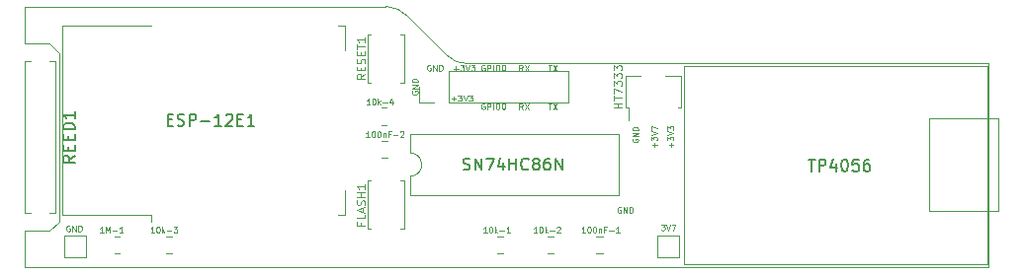
<source format=gbr>
%TF.GenerationSoftware,KiCad,Pcbnew,(5.1.7)-1*%
%TF.CreationDate,2021-11-04T21:35:45+01:00*%
%TF.ProjectId,window-sensor,77696e64-6f77-42d7-9365-6e736f722e6b,rev?*%
%TF.SameCoordinates,PX7270e00PY57bcf00*%
%TF.FileFunction,Legend,Top*%
%TF.FilePolarity,Positive*%
%FSLAX46Y46*%
G04 Gerber Fmt 4.6, Leading zero omitted, Abs format (unit mm)*
G04 Created by KiCad (PCBNEW (5.1.7)-1) date 2021-11-04 21:35:45*
%MOMM*%
%LPD*%
G01*
G04 APERTURE LIST*
%TA.AperFunction,Profile*%
%ADD10C,0.050000*%
%TD*%
%ADD11C,0.100000*%
%ADD12C,0.150000*%
%ADD13C,0.120000*%
G04 APERTURE END LIST*
D10*
X-4900000Y-4100000D02*
X-4100000Y-4900000D01*
X-4900000Y-20200000D02*
X-4100000Y-19400000D01*
X-7000000Y-23300000D02*
X-7000000Y-20200000D01*
X-4900000Y-20200000D02*
X-7000000Y-20200000D01*
X-4100000Y-4900000D02*
X-4100000Y-19400000D01*
X-7000000Y-4100000D02*
X-4900000Y-4100000D01*
D11*
X44019047Y-18150000D02*
X43971428Y-18126190D01*
X43900000Y-18126190D01*
X43828571Y-18150000D01*
X43780952Y-18197619D01*
X43757142Y-18245238D01*
X43733333Y-18340476D01*
X43733333Y-18411904D01*
X43757142Y-18507142D01*
X43780952Y-18554761D01*
X43828571Y-18602380D01*
X43900000Y-18626190D01*
X43947619Y-18626190D01*
X44019047Y-18602380D01*
X44042857Y-18578571D01*
X44042857Y-18411904D01*
X43947619Y-18411904D01*
X44257142Y-18626190D02*
X44257142Y-18126190D01*
X44542857Y-18626190D01*
X44542857Y-18126190D01*
X44780952Y-18626190D02*
X44780952Y-18126190D01*
X44900000Y-18126190D01*
X44971428Y-18150000D01*
X45019047Y-18197619D01*
X45042857Y-18245238D01*
X45066666Y-18340476D01*
X45066666Y-18411904D01*
X45042857Y-18507142D01*
X45019047Y-18554761D01*
X44971428Y-18602380D01*
X44900000Y-18626190D01*
X44780952Y-18626190D01*
X35616666Y-9726190D02*
X35450000Y-9488095D01*
X35330952Y-9726190D02*
X35330952Y-9226190D01*
X35521428Y-9226190D01*
X35569047Y-9250000D01*
X35592857Y-9273809D01*
X35616666Y-9321428D01*
X35616666Y-9392857D01*
X35592857Y-9440476D01*
X35569047Y-9464285D01*
X35521428Y-9488095D01*
X35330952Y-9488095D01*
X35783333Y-9226190D02*
X36116666Y-9726190D01*
X36116666Y-9226190D02*
X35783333Y-9726190D01*
X32361904Y-9250000D02*
X32314285Y-9226190D01*
X32242857Y-9226190D01*
X32171428Y-9250000D01*
X32123809Y-9297619D01*
X32100000Y-9345238D01*
X32076190Y-9440476D01*
X32076190Y-9511904D01*
X32100000Y-9607142D01*
X32123809Y-9654761D01*
X32171428Y-9702380D01*
X32242857Y-9726190D01*
X32290476Y-9726190D01*
X32361904Y-9702380D01*
X32385714Y-9678571D01*
X32385714Y-9511904D01*
X32290476Y-9511904D01*
X32600000Y-9726190D02*
X32600000Y-9226190D01*
X32790476Y-9226190D01*
X32838095Y-9250000D01*
X32861904Y-9273809D01*
X32885714Y-9321428D01*
X32885714Y-9392857D01*
X32861904Y-9440476D01*
X32838095Y-9464285D01*
X32790476Y-9488095D01*
X32600000Y-9488095D01*
X33100000Y-9726190D02*
X33100000Y-9226190D01*
X33433333Y-9226190D02*
X33528571Y-9226190D01*
X33576190Y-9250000D01*
X33623809Y-9297619D01*
X33647619Y-9392857D01*
X33647619Y-9559523D01*
X33623809Y-9654761D01*
X33576190Y-9702380D01*
X33528571Y-9726190D01*
X33433333Y-9726190D01*
X33385714Y-9702380D01*
X33338095Y-9654761D01*
X33314285Y-9559523D01*
X33314285Y-9392857D01*
X33338095Y-9297619D01*
X33385714Y-9250000D01*
X33433333Y-9226190D01*
X33957142Y-9226190D02*
X34004761Y-9226190D01*
X34052380Y-9250000D01*
X34076190Y-9273809D01*
X34100000Y-9321428D01*
X34123809Y-9416666D01*
X34123809Y-9535714D01*
X34100000Y-9630952D01*
X34076190Y-9678571D01*
X34052380Y-9702380D01*
X34004761Y-9726190D01*
X33957142Y-9726190D01*
X33909523Y-9702380D01*
X33885714Y-9678571D01*
X33861904Y-9630952D01*
X33838095Y-9535714D01*
X33838095Y-9416666D01*
X33861904Y-9321428D01*
X33885714Y-9273809D01*
X33909523Y-9250000D01*
X33957142Y-9226190D01*
X37819047Y-9226190D02*
X38104761Y-9226190D01*
X37961904Y-9726190D02*
X37961904Y-9226190D01*
X38223809Y-9226190D02*
X38557142Y-9726190D01*
X38557142Y-9226190D02*
X38223809Y-9726190D01*
X26150000Y-8180952D02*
X26126190Y-8228571D01*
X26126190Y-8300000D01*
X26150000Y-8371428D01*
X26197619Y-8419047D01*
X26245238Y-8442857D01*
X26340476Y-8466666D01*
X26411904Y-8466666D01*
X26507142Y-8442857D01*
X26554761Y-8419047D01*
X26602380Y-8371428D01*
X26626190Y-8300000D01*
X26626190Y-8252380D01*
X26602380Y-8180952D01*
X26578571Y-8157142D01*
X26411904Y-8157142D01*
X26411904Y-8252380D01*
X26626190Y-7942857D02*
X26126190Y-7942857D01*
X26626190Y-7657142D01*
X26126190Y-7657142D01*
X26626190Y-7419047D02*
X26126190Y-7419047D01*
X26126190Y-7300000D01*
X26150000Y-7228571D01*
X26197619Y-7180952D01*
X26245238Y-7157142D01*
X26340476Y-7133333D01*
X26411904Y-7133333D01*
X26507142Y-7157142D01*
X26554761Y-7180952D01*
X26602380Y-7228571D01*
X26626190Y-7300000D01*
X26626190Y-7419047D01*
X29519047Y-8835714D02*
X29900000Y-8835714D01*
X29709523Y-9026190D02*
X29709523Y-8645238D01*
X30090476Y-8526190D02*
X30400000Y-8526190D01*
X30233333Y-8716666D01*
X30304761Y-8716666D01*
X30352380Y-8740476D01*
X30376190Y-8764285D01*
X30400000Y-8811904D01*
X30400000Y-8930952D01*
X30376190Y-8978571D01*
X30352380Y-9002380D01*
X30304761Y-9026190D01*
X30161904Y-9026190D01*
X30114285Y-9002380D01*
X30090476Y-8978571D01*
X30542857Y-8526190D02*
X30709523Y-9026190D01*
X30876190Y-8526190D01*
X30995238Y-8526190D02*
X31304761Y-8526190D01*
X31138095Y-8716666D01*
X31209523Y-8716666D01*
X31257142Y-8740476D01*
X31280952Y-8764285D01*
X31304761Y-8811904D01*
X31304761Y-8930952D01*
X31280952Y-8978571D01*
X31257142Y-9002380D01*
X31209523Y-9026190D01*
X31066666Y-9026190D01*
X31019047Y-9002380D01*
X30995238Y-8978571D01*
X37819047Y-5926190D02*
X38104761Y-5926190D01*
X37961904Y-6426190D02*
X37961904Y-5926190D01*
X38223809Y-5926190D02*
X38557142Y-6426190D01*
X38557142Y-5926190D02*
X38223809Y-6426190D01*
X35616666Y-6426190D02*
X35450000Y-6188095D01*
X35330952Y-6426190D02*
X35330952Y-5926190D01*
X35521428Y-5926190D01*
X35569047Y-5950000D01*
X35592857Y-5973809D01*
X35616666Y-6021428D01*
X35616666Y-6092857D01*
X35592857Y-6140476D01*
X35569047Y-6164285D01*
X35521428Y-6188095D01*
X35330952Y-6188095D01*
X35783333Y-5926190D02*
X36116666Y-6426190D01*
X36116666Y-5926190D02*
X35783333Y-6426190D01*
X32361904Y-5950000D02*
X32314285Y-5926190D01*
X32242857Y-5926190D01*
X32171428Y-5950000D01*
X32123809Y-5997619D01*
X32100000Y-6045238D01*
X32076190Y-6140476D01*
X32076190Y-6211904D01*
X32100000Y-6307142D01*
X32123809Y-6354761D01*
X32171428Y-6402380D01*
X32242857Y-6426190D01*
X32290476Y-6426190D01*
X32361904Y-6402380D01*
X32385714Y-6378571D01*
X32385714Y-6211904D01*
X32290476Y-6211904D01*
X32600000Y-6426190D02*
X32600000Y-5926190D01*
X32790476Y-5926190D01*
X32838095Y-5950000D01*
X32861904Y-5973809D01*
X32885714Y-6021428D01*
X32885714Y-6092857D01*
X32861904Y-6140476D01*
X32838095Y-6164285D01*
X32790476Y-6188095D01*
X32600000Y-6188095D01*
X33100000Y-6426190D02*
X33100000Y-5926190D01*
X33433333Y-5926190D02*
X33528571Y-5926190D01*
X33576190Y-5950000D01*
X33623809Y-5997619D01*
X33647619Y-6092857D01*
X33647619Y-6259523D01*
X33623809Y-6354761D01*
X33576190Y-6402380D01*
X33528571Y-6426190D01*
X33433333Y-6426190D01*
X33385714Y-6402380D01*
X33338095Y-6354761D01*
X33314285Y-6259523D01*
X33314285Y-6092857D01*
X33338095Y-5997619D01*
X33385714Y-5950000D01*
X33433333Y-5926190D01*
X33957142Y-5926190D02*
X34004761Y-5926190D01*
X34052380Y-5950000D01*
X34076190Y-5973809D01*
X34100000Y-6021428D01*
X34123809Y-6116666D01*
X34123809Y-6235714D01*
X34100000Y-6330952D01*
X34076190Y-6378571D01*
X34052380Y-6402380D01*
X34004761Y-6426190D01*
X33957142Y-6426190D01*
X33909523Y-6402380D01*
X33885714Y-6378571D01*
X33861904Y-6330952D01*
X33838095Y-6235714D01*
X33838095Y-6116666D01*
X33861904Y-6021428D01*
X33885714Y-5973809D01*
X33909523Y-5950000D01*
X33957142Y-5926190D01*
X27719047Y-5950000D02*
X27671428Y-5926190D01*
X27600000Y-5926190D01*
X27528571Y-5950000D01*
X27480952Y-5997619D01*
X27457142Y-6045238D01*
X27433333Y-6140476D01*
X27433333Y-6211904D01*
X27457142Y-6307142D01*
X27480952Y-6354761D01*
X27528571Y-6402380D01*
X27600000Y-6426190D01*
X27647619Y-6426190D01*
X27719047Y-6402380D01*
X27742857Y-6378571D01*
X27742857Y-6211904D01*
X27647619Y-6211904D01*
X27957142Y-6426190D02*
X27957142Y-5926190D01*
X28242857Y-6426190D01*
X28242857Y-5926190D01*
X28480952Y-6426190D02*
X28480952Y-5926190D01*
X28600000Y-5926190D01*
X28671428Y-5950000D01*
X28719047Y-5997619D01*
X28742857Y-6045238D01*
X28766666Y-6140476D01*
X28766666Y-6211904D01*
X28742857Y-6307142D01*
X28719047Y-6354761D01*
X28671428Y-6402380D01*
X28600000Y-6426190D01*
X28480952Y-6426190D01*
X29719047Y-6235714D02*
X30100000Y-6235714D01*
X29909523Y-6426190D02*
X29909523Y-6045238D01*
X30290476Y-5926190D02*
X30600000Y-5926190D01*
X30433333Y-6116666D01*
X30504761Y-6116666D01*
X30552380Y-6140476D01*
X30576190Y-6164285D01*
X30600000Y-6211904D01*
X30600000Y-6330952D01*
X30576190Y-6378571D01*
X30552380Y-6402380D01*
X30504761Y-6426190D01*
X30361904Y-6426190D01*
X30314285Y-6402380D01*
X30290476Y-6378571D01*
X30742857Y-5926190D02*
X30909523Y-6426190D01*
X31076190Y-5926190D01*
X31195238Y-5926190D02*
X31504761Y-5926190D01*
X31338095Y-6116666D01*
X31409523Y-6116666D01*
X31457142Y-6140476D01*
X31480952Y-6164285D01*
X31504761Y-6211904D01*
X31504761Y-6330952D01*
X31480952Y-6378571D01*
X31457142Y-6402380D01*
X31409523Y-6426190D01*
X31266666Y-6426190D01*
X31219047Y-6402380D01*
X31195238Y-6378571D01*
D12*
X30538095Y-14904761D02*
X30680952Y-14952380D01*
X30919047Y-14952380D01*
X31014285Y-14904761D01*
X31061904Y-14857142D01*
X31109523Y-14761904D01*
X31109523Y-14666666D01*
X31061904Y-14571428D01*
X31014285Y-14523809D01*
X30919047Y-14476190D01*
X30728571Y-14428571D01*
X30633333Y-14380952D01*
X30585714Y-14333333D01*
X30538095Y-14238095D01*
X30538095Y-14142857D01*
X30585714Y-14047619D01*
X30633333Y-14000000D01*
X30728571Y-13952380D01*
X30966666Y-13952380D01*
X31109523Y-14000000D01*
X31538095Y-14952380D02*
X31538095Y-13952380D01*
X32109523Y-14952380D01*
X32109523Y-13952380D01*
X32490476Y-13952380D02*
X33157142Y-13952380D01*
X32728571Y-14952380D01*
X33966666Y-14285714D02*
X33966666Y-14952380D01*
X33728571Y-13904761D02*
X33490476Y-14619047D01*
X34109523Y-14619047D01*
X34490476Y-14952380D02*
X34490476Y-13952380D01*
X34490476Y-14428571D02*
X35061904Y-14428571D01*
X35061904Y-14952380D02*
X35061904Y-13952380D01*
X36109523Y-14857142D02*
X36061904Y-14904761D01*
X35919047Y-14952380D01*
X35823809Y-14952380D01*
X35680952Y-14904761D01*
X35585714Y-14809523D01*
X35538095Y-14714285D01*
X35490476Y-14523809D01*
X35490476Y-14380952D01*
X35538095Y-14190476D01*
X35585714Y-14095238D01*
X35680952Y-14000000D01*
X35823809Y-13952380D01*
X35919047Y-13952380D01*
X36061904Y-14000000D01*
X36109523Y-14047619D01*
X36680952Y-14380952D02*
X36585714Y-14333333D01*
X36538095Y-14285714D01*
X36490476Y-14190476D01*
X36490476Y-14142857D01*
X36538095Y-14047619D01*
X36585714Y-14000000D01*
X36680952Y-13952380D01*
X36871428Y-13952380D01*
X36966666Y-14000000D01*
X37014285Y-14047619D01*
X37061904Y-14142857D01*
X37061904Y-14190476D01*
X37014285Y-14285714D01*
X36966666Y-14333333D01*
X36871428Y-14380952D01*
X36680952Y-14380952D01*
X36585714Y-14428571D01*
X36538095Y-14476190D01*
X36490476Y-14571428D01*
X36490476Y-14761904D01*
X36538095Y-14857142D01*
X36585714Y-14904761D01*
X36680952Y-14952380D01*
X36871428Y-14952380D01*
X36966666Y-14904761D01*
X37014285Y-14857142D01*
X37061904Y-14761904D01*
X37061904Y-14571428D01*
X37014285Y-14476190D01*
X36966666Y-14428571D01*
X36871428Y-14380952D01*
X37919047Y-13952380D02*
X37728571Y-13952380D01*
X37633333Y-14000000D01*
X37585714Y-14047619D01*
X37490476Y-14190476D01*
X37442857Y-14380952D01*
X37442857Y-14761904D01*
X37490476Y-14857142D01*
X37538095Y-14904761D01*
X37633333Y-14952380D01*
X37823809Y-14952380D01*
X37919047Y-14904761D01*
X37966666Y-14857142D01*
X38014285Y-14761904D01*
X38014285Y-14523809D01*
X37966666Y-14428571D01*
X37919047Y-14380952D01*
X37823809Y-14333333D01*
X37633333Y-14333333D01*
X37538095Y-14380952D01*
X37490476Y-14428571D01*
X37442857Y-14523809D01*
X38442857Y-14952380D02*
X38442857Y-13952380D01*
X39014285Y-14952380D01*
X39014285Y-13952380D01*
D10*
X23900000Y-900000D02*
G75*
G02*
X25770760Y-1744841I-59239J-2624840D01*
G01*
X30817250Y-5799023D02*
G75*
G02*
X29210000Y-5150000I-107250J2049023D01*
G01*
X30817250Y-5799024D02*
X75500000Y-5800000D01*
X25770760Y-1744841D02*
X29210000Y-5150000D01*
D11*
X46935714Y-12980952D02*
X46935714Y-12600000D01*
X47126190Y-12790476D02*
X46745238Y-12790476D01*
X46626190Y-12409523D02*
X46626190Y-12100000D01*
X46816666Y-12266666D01*
X46816666Y-12195238D01*
X46840476Y-12147619D01*
X46864285Y-12123809D01*
X46911904Y-12100000D01*
X47030952Y-12100000D01*
X47078571Y-12123809D01*
X47102380Y-12147619D01*
X47126190Y-12195238D01*
X47126190Y-12338095D01*
X47102380Y-12385714D01*
X47078571Y-12409523D01*
X46626190Y-11957142D02*
X47126190Y-11790476D01*
X46626190Y-11623809D01*
X46626190Y-11504761D02*
X46626190Y-11171428D01*
X47126190Y-11385714D01*
X48335714Y-12980952D02*
X48335714Y-12600000D01*
X48526190Y-12790476D02*
X48145238Y-12790476D01*
X48026190Y-12409523D02*
X48026190Y-12100000D01*
X48216666Y-12266666D01*
X48216666Y-12195238D01*
X48240476Y-12147619D01*
X48264285Y-12123809D01*
X48311904Y-12100000D01*
X48430952Y-12100000D01*
X48478571Y-12123809D01*
X48502380Y-12147619D01*
X48526190Y-12195238D01*
X48526190Y-12338095D01*
X48502380Y-12385714D01*
X48478571Y-12409523D01*
X48026190Y-11957142D02*
X48526190Y-11790476D01*
X48026190Y-11623809D01*
X48026190Y-11504761D02*
X48026190Y-11195238D01*
X48216666Y-11361904D01*
X48216666Y-11290476D01*
X48240476Y-11242857D01*
X48264285Y-11219047D01*
X48311904Y-11195238D01*
X48430952Y-11195238D01*
X48478571Y-11219047D01*
X48502380Y-11242857D01*
X48526190Y-11290476D01*
X48526190Y-11433333D01*
X48502380Y-11480952D01*
X48478571Y-11504761D01*
X45050000Y-12280952D02*
X45026190Y-12328571D01*
X45026190Y-12400000D01*
X45050000Y-12471428D01*
X45097619Y-12519047D01*
X45145238Y-12542857D01*
X45240476Y-12566666D01*
X45311904Y-12566666D01*
X45407142Y-12542857D01*
X45454761Y-12519047D01*
X45502380Y-12471428D01*
X45526190Y-12400000D01*
X45526190Y-12352380D01*
X45502380Y-12280952D01*
X45478571Y-12257142D01*
X45311904Y-12257142D01*
X45311904Y-12352380D01*
X45526190Y-12042857D02*
X45026190Y-12042857D01*
X45526190Y-11757142D01*
X45026190Y-11757142D01*
X45526190Y-11519047D02*
X45026190Y-11519047D01*
X45026190Y-11400000D01*
X45050000Y-11328571D01*
X45097619Y-11280952D01*
X45145238Y-11257142D01*
X45240476Y-11233333D01*
X45311904Y-11233333D01*
X45407142Y-11257142D01*
X45454761Y-11280952D01*
X45502380Y-11328571D01*
X45526190Y-11400000D01*
X45526190Y-11519047D01*
D10*
X-7000000Y-4100000D02*
X-7000000Y-900000D01*
X75500000Y-23300000D02*
X-7000000Y-23300000D01*
X75500000Y-5800000D02*
X75500000Y-23300000D01*
X-7000000Y-900000D02*
X23900000Y-900000D01*
D13*
%TO.C,U3*%
X25970000Y-15490000D02*
X25970000Y-17140000D01*
X25970000Y-17140000D02*
X43870000Y-17140000D01*
X43870000Y-17140000D02*
X43870000Y-11840000D01*
X43870000Y-11840000D02*
X25970000Y-11840000D01*
X25970000Y-11840000D02*
X25970000Y-13490000D01*
X25970000Y-13490000D02*
G75*
G02*
X25970000Y-15490000I0J-1000000D01*
G01*
%TO.C,J1*%
X26730000Y-9130000D02*
X26730000Y-7800000D01*
X28060000Y-9130000D02*
X26730000Y-9130000D01*
X29330000Y-9130000D02*
X29330000Y-6470000D01*
X29330000Y-6470000D02*
X39550000Y-6470000D01*
X29330000Y-9130000D02*
X39550000Y-9130000D01*
X39550000Y-9130000D02*
X39550000Y-6470000D01*
%TO.C,100nF-1*%
X41938748Y-22135000D02*
X42461252Y-22135000D01*
X41938748Y-20665000D02*
X42461252Y-20665000D01*
%TO.C,ESP-12E1*%
X3770000Y-18810000D02*
X3770000Y-19420000D01*
X3770000Y-18810000D02*
X-3850000Y-18810000D01*
X20390000Y-18810000D02*
X19770000Y-18810000D01*
X20390000Y-16690000D02*
X20390000Y-18810000D01*
X20390000Y-2570000D02*
X20390000Y-4690000D01*
X19770000Y-2570000D02*
X20390000Y-2570000D01*
X-3850000Y-2570000D02*
X3770000Y-2570000D01*
X-3850000Y-18810000D02*
X-3850000Y-2570000D01*
%TO.C,GND*%
X-3650000Y-20550000D02*
X-1750000Y-20550000D01*
X-1750000Y-20550000D02*
X-1750000Y-22450000D01*
X-1750000Y-22450000D02*
X-3650000Y-22450000D01*
X-3650000Y-22450000D02*
X-3650000Y-20550000D01*
%TO.C,3V7*%
X47150000Y-22450000D02*
X47150000Y-20550000D01*
X49050000Y-22450000D02*
X47150000Y-22450000D01*
X49050000Y-20550000D02*
X49050000Y-22450000D01*
X47150000Y-20550000D02*
X49050000Y-20550000D01*
%TO.C,TP4056*%
X49400000Y-6000000D02*
X75400000Y-6000000D01*
X75400000Y-6000000D02*
X75400000Y-23000000D01*
X75400000Y-23000000D02*
X49400000Y-23000000D01*
X49400000Y-23000000D02*
X49400000Y-6000000D01*
X70400000Y-10500000D02*
X76400000Y-10500000D01*
X76400000Y-10500000D02*
X76400000Y-18500000D01*
X76400000Y-18500000D02*
X70400000Y-18500000D01*
X70400000Y-18500000D02*
X70400000Y-10500000D01*
%TO.C,10k-3*%
X5560397Y-22135000D02*
X5106269Y-22135000D01*
X5560397Y-20665000D02*
X5106269Y-20665000D01*
%TO.C,FLASH1*%
X22310000Y-20020000D02*
X22310000Y-15880000D01*
X25150000Y-15880000D02*
X25450000Y-15880000D01*
X25450000Y-15880000D02*
X25450000Y-20020000D01*
X22610000Y-20020000D02*
X22310000Y-20020000D01*
X25450000Y-20020000D02*
X25150000Y-20020000D01*
X22310000Y-15880000D02*
X22610000Y-15880000D01*
%TO.C,RESET1*%
X22310000Y-7420000D02*
X22310000Y-3280000D01*
X25150000Y-3280000D02*
X25450000Y-3280000D01*
X25450000Y-3280000D02*
X25450000Y-7420000D01*
X22610000Y-7420000D02*
X22310000Y-7420000D01*
X25450000Y-7420000D02*
X25150000Y-7420000D01*
X22310000Y-3280000D02*
X22610000Y-3280000D01*
%TO.C,REED1*%
X-6500000Y-5640000D02*
X-7000000Y-5640000D01*
X-7000000Y-18640000D02*
X-6500000Y-18640000D01*
X-7000000Y-5640000D02*
X-7000000Y-18640000D01*
X-4400000Y-5640000D02*
X-4900000Y-5640000D01*
X-4400000Y-18640000D02*
X-4400000Y-5640000D01*
X-4900000Y-18640000D02*
X-4400000Y-18640000D01*
%TO.C,10k-2*%
X38227064Y-20665000D02*
X37772936Y-20665000D01*
X38227064Y-22135000D02*
X37772936Y-22135000D01*
%TO.C,10k-1*%
X33472936Y-22135000D02*
X33927064Y-22135000D01*
X33472936Y-20665000D02*
X33927064Y-20665000D01*
%TO.C,1M-1*%
X672936Y-22135000D02*
X1127064Y-22135000D01*
X672936Y-20665000D02*
X1127064Y-20665000D01*
%TO.C,HT7333*%
X49160000Y-9560000D02*
X48930000Y-9560000D01*
X44440000Y-9560000D02*
X44670000Y-9560000D01*
X44440000Y-9560000D02*
X44440000Y-6840000D01*
X44440000Y-6840000D02*
X45750000Y-6840000D01*
X44670000Y-10700000D02*
X44670000Y-9560000D01*
X49160000Y-6840000D02*
X49160000Y-9560000D01*
X47850000Y-6840000D02*
X49160000Y-6840000D01*
%TO.C,10k-4*%
X23997064Y-9598333D02*
X23542936Y-9598333D01*
X23997064Y-11068333D02*
X23542936Y-11068333D01*
%TO.C,100nF-2*%
X23538748Y-12461666D02*
X24061252Y-12461666D01*
X23538748Y-13931666D02*
X24061252Y-13931666D01*
%TD*%
%TO.C,100nF-1*%
D11*
X40978571Y-20326190D02*
X40692857Y-20326190D01*
X40835714Y-20326190D02*
X40835714Y-19826190D01*
X40788095Y-19897619D01*
X40740476Y-19945238D01*
X40692857Y-19969047D01*
X41288095Y-19826190D02*
X41335714Y-19826190D01*
X41383333Y-19850000D01*
X41407142Y-19873809D01*
X41430952Y-19921428D01*
X41454761Y-20016666D01*
X41454761Y-20135714D01*
X41430952Y-20230952D01*
X41407142Y-20278571D01*
X41383333Y-20302380D01*
X41335714Y-20326190D01*
X41288095Y-20326190D01*
X41240476Y-20302380D01*
X41216666Y-20278571D01*
X41192857Y-20230952D01*
X41169047Y-20135714D01*
X41169047Y-20016666D01*
X41192857Y-19921428D01*
X41216666Y-19873809D01*
X41240476Y-19850000D01*
X41288095Y-19826190D01*
X41764285Y-19826190D02*
X41811904Y-19826190D01*
X41859523Y-19850000D01*
X41883333Y-19873809D01*
X41907142Y-19921428D01*
X41930952Y-20016666D01*
X41930952Y-20135714D01*
X41907142Y-20230952D01*
X41883333Y-20278571D01*
X41859523Y-20302380D01*
X41811904Y-20326190D01*
X41764285Y-20326190D01*
X41716666Y-20302380D01*
X41692857Y-20278571D01*
X41669047Y-20230952D01*
X41645238Y-20135714D01*
X41645238Y-20016666D01*
X41669047Y-19921428D01*
X41692857Y-19873809D01*
X41716666Y-19850000D01*
X41764285Y-19826190D01*
X42145238Y-19992857D02*
X42145238Y-20326190D01*
X42145238Y-20040476D02*
X42169047Y-20016666D01*
X42216666Y-19992857D01*
X42288095Y-19992857D01*
X42335714Y-20016666D01*
X42359523Y-20064285D01*
X42359523Y-20326190D01*
X42764285Y-20064285D02*
X42597619Y-20064285D01*
X42597619Y-20326190D02*
X42597619Y-19826190D01*
X42835714Y-19826190D01*
X43026190Y-20135714D02*
X43407142Y-20135714D01*
X43907142Y-20326190D02*
X43621428Y-20326190D01*
X43764285Y-20326190D02*
X43764285Y-19826190D01*
X43716666Y-19897619D01*
X43669047Y-19945238D01*
X43621428Y-19969047D01*
%TO.C,ESP-12E1*%
D12*
X5209523Y-10628571D02*
X5542857Y-10628571D01*
X5685714Y-11152380D02*
X5209523Y-11152380D01*
X5209523Y-10152380D01*
X5685714Y-10152380D01*
X6066666Y-11104761D02*
X6209523Y-11152380D01*
X6447619Y-11152380D01*
X6542857Y-11104761D01*
X6590476Y-11057142D01*
X6638095Y-10961904D01*
X6638095Y-10866666D01*
X6590476Y-10771428D01*
X6542857Y-10723809D01*
X6447619Y-10676190D01*
X6257142Y-10628571D01*
X6161904Y-10580952D01*
X6114285Y-10533333D01*
X6066666Y-10438095D01*
X6066666Y-10342857D01*
X6114285Y-10247619D01*
X6161904Y-10200000D01*
X6257142Y-10152380D01*
X6495238Y-10152380D01*
X6638095Y-10200000D01*
X7066666Y-11152380D02*
X7066666Y-10152380D01*
X7447619Y-10152380D01*
X7542857Y-10200000D01*
X7590476Y-10247619D01*
X7638095Y-10342857D01*
X7638095Y-10485714D01*
X7590476Y-10580952D01*
X7542857Y-10628571D01*
X7447619Y-10676190D01*
X7066666Y-10676190D01*
X8066666Y-10771428D02*
X8828571Y-10771428D01*
X9828571Y-11152380D02*
X9257142Y-11152380D01*
X9542857Y-11152380D02*
X9542857Y-10152380D01*
X9447619Y-10295238D01*
X9352380Y-10390476D01*
X9257142Y-10438095D01*
X10209523Y-10247619D02*
X10257142Y-10200000D01*
X10352380Y-10152380D01*
X10590476Y-10152380D01*
X10685714Y-10200000D01*
X10733333Y-10247619D01*
X10780952Y-10342857D01*
X10780952Y-10438095D01*
X10733333Y-10580952D01*
X10161904Y-11152380D01*
X10780952Y-11152380D01*
X11209523Y-10628571D02*
X11542857Y-10628571D01*
X11685714Y-11152380D02*
X11209523Y-11152380D01*
X11209523Y-10152380D01*
X11685714Y-10152380D01*
X12638095Y-11152380D02*
X12066666Y-11152380D01*
X12352380Y-11152380D02*
X12352380Y-10152380D01*
X12257142Y-10295238D01*
X12161904Y-10390476D01*
X12066666Y-10438095D01*
%TO.C,GND*%
D11*
X-3180953Y-19750000D02*
X-3228572Y-19726190D01*
X-3300000Y-19726190D01*
X-3371429Y-19750000D01*
X-3419048Y-19797619D01*
X-3442858Y-19845238D01*
X-3466667Y-19940476D01*
X-3466667Y-20011904D01*
X-3442858Y-20107142D01*
X-3419048Y-20154761D01*
X-3371429Y-20202380D01*
X-3300000Y-20226190D01*
X-3252381Y-20226190D01*
X-3180953Y-20202380D01*
X-3157143Y-20178571D01*
X-3157143Y-20011904D01*
X-3252381Y-20011904D01*
X-2942858Y-20226190D02*
X-2942858Y-19726190D01*
X-2657143Y-20226190D01*
X-2657143Y-19726190D01*
X-2419048Y-20226190D02*
X-2419048Y-19726190D01*
X-2300000Y-19726190D01*
X-2228572Y-19750000D01*
X-2180953Y-19797619D01*
X-2157143Y-19845238D01*
X-2133334Y-19940476D01*
X-2133334Y-20011904D01*
X-2157143Y-20107142D01*
X-2180953Y-20154761D01*
X-2228572Y-20202380D01*
X-2300000Y-20226190D01*
X-2419048Y-20226190D01*
%TO.C,3V7*%
X47480952Y-19626190D02*
X47790476Y-19626190D01*
X47623809Y-19816666D01*
X47695238Y-19816666D01*
X47742857Y-19840476D01*
X47766666Y-19864285D01*
X47790476Y-19911904D01*
X47790476Y-20030952D01*
X47766666Y-20078571D01*
X47742857Y-20102380D01*
X47695238Y-20126190D01*
X47552380Y-20126190D01*
X47504761Y-20102380D01*
X47480952Y-20078571D01*
X47933333Y-19626190D02*
X48100000Y-20126190D01*
X48266666Y-19626190D01*
X48385714Y-19626190D02*
X48719047Y-19626190D01*
X48504761Y-20126190D01*
%TO.C,TP4056*%
D12*
X60109523Y-14052380D02*
X60680952Y-14052380D01*
X60395238Y-15052380D02*
X60395238Y-14052380D01*
X61014285Y-15052380D02*
X61014285Y-14052380D01*
X61395238Y-14052380D01*
X61490476Y-14100000D01*
X61538095Y-14147619D01*
X61585714Y-14242857D01*
X61585714Y-14385714D01*
X61538095Y-14480952D01*
X61490476Y-14528571D01*
X61395238Y-14576190D01*
X61014285Y-14576190D01*
X62442857Y-14385714D02*
X62442857Y-15052380D01*
X62204761Y-14004761D02*
X61966666Y-14719047D01*
X62585714Y-14719047D01*
X63157142Y-14052380D02*
X63252380Y-14052380D01*
X63347619Y-14100000D01*
X63395238Y-14147619D01*
X63442857Y-14242857D01*
X63490476Y-14433333D01*
X63490476Y-14671428D01*
X63442857Y-14861904D01*
X63395238Y-14957142D01*
X63347619Y-15004761D01*
X63252380Y-15052380D01*
X63157142Y-15052380D01*
X63061904Y-15004761D01*
X63014285Y-14957142D01*
X62966666Y-14861904D01*
X62919047Y-14671428D01*
X62919047Y-14433333D01*
X62966666Y-14242857D01*
X63014285Y-14147619D01*
X63061904Y-14100000D01*
X63157142Y-14052380D01*
X64395238Y-14052380D02*
X63919047Y-14052380D01*
X63871428Y-14528571D01*
X63919047Y-14480952D01*
X64014285Y-14433333D01*
X64252380Y-14433333D01*
X64347619Y-14480952D01*
X64395238Y-14528571D01*
X64442857Y-14623809D01*
X64442857Y-14861904D01*
X64395238Y-14957142D01*
X64347619Y-15004761D01*
X64252380Y-15052380D01*
X64014285Y-15052380D01*
X63919047Y-15004761D01*
X63871428Y-14957142D01*
X65300000Y-14052380D02*
X65109523Y-14052380D01*
X65014285Y-14100000D01*
X64966666Y-14147619D01*
X64871428Y-14290476D01*
X64823809Y-14480952D01*
X64823809Y-14861904D01*
X64871428Y-14957142D01*
X64919047Y-15004761D01*
X65014285Y-15052380D01*
X65204761Y-15052380D01*
X65300000Y-15004761D01*
X65347619Y-14957142D01*
X65395238Y-14861904D01*
X65395238Y-14623809D01*
X65347619Y-14528571D01*
X65300000Y-14480952D01*
X65204761Y-14433333D01*
X65014285Y-14433333D01*
X64919047Y-14480952D01*
X64871428Y-14528571D01*
X64823809Y-14623809D01*
%TO.C,10k-3*%
D11*
X4054761Y-20326190D02*
X3769047Y-20326190D01*
X3911904Y-20326190D02*
X3911904Y-19826190D01*
X3864285Y-19897619D01*
X3816666Y-19945238D01*
X3769047Y-19969047D01*
X4364285Y-19826190D02*
X4411904Y-19826190D01*
X4459523Y-19850000D01*
X4483333Y-19873809D01*
X4507142Y-19921428D01*
X4530952Y-20016666D01*
X4530952Y-20135714D01*
X4507142Y-20230952D01*
X4483333Y-20278571D01*
X4459523Y-20302380D01*
X4411904Y-20326190D01*
X4364285Y-20326190D01*
X4316666Y-20302380D01*
X4292857Y-20278571D01*
X4269047Y-20230952D01*
X4245238Y-20135714D01*
X4245238Y-20016666D01*
X4269047Y-19921428D01*
X4292857Y-19873809D01*
X4316666Y-19850000D01*
X4364285Y-19826190D01*
X4745238Y-20326190D02*
X4745238Y-19826190D01*
X4792857Y-20135714D02*
X4935714Y-20326190D01*
X4935714Y-19992857D02*
X4745238Y-20183333D01*
X5150000Y-20135714D02*
X5530952Y-20135714D01*
X5721428Y-19826190D02*
X6030952Y-19826190D01*
X5864285Y-20016666D01*
X5935714Y-20016666D01*
X5983333Y-20040476D01*
X6007142Y-20064285D01*
X6030952Y-20111904D01*
X6030952Y-20230952D01*
X6007142Y-20278571D01*
X5983333Y-20302380D01*
X5935714Y-20326190D01*
X5792857Y-20326190D01*
X5745238Y-20302380D01*
X5721428Y-20278571D01*
%TO.C,FLASH1*%
X21750000Y-19466666D02*
X21750000Y-19700000D01*
X22116666Y-19700000D02*
X21416666Y-19700000D01*
X21416666Y-19366666D01*
X22116666Y-18766666D02*
X22116666Y-19100000D01*
X21416666Y-19100000D01*
X21916666Y-18566666D02*
X21916666Y-18233333D01*
X22116666Y-18633333D02*
X21416666Y-18400000D01*
X22116666Y-18166666D01*
X22083333Y-17966666D02*
X22116666Y-17866666D01*
X22116666Y-17700000D01*
X22083333Y-17633333D01*
X22050000Y-17600000D01*
X21983333Y-17566666D01*
X21916666Y-17566666D01*
X21850000Y-17600000D01*
X21816666Y-17633333D01*
X21783333Y-17700000D01*
X21750000Y-17833333D01*
X21716666Y-17900000D01*
X21683333Y-17933333D01*
X21616666Y-17966666D01*
X21550000Y-17966666D01*
X21483333Y-17933333D01*
X21450000Y-17900000D01*
X21416666Y-17833333D01*
X21416666Y-17666666D01*
X21450000Y-17566666D01*
X22116666Y-17266666D02*
X21416666Y-17266666D01*
X21750000Y-17266666D02*
X21750000Y-16866666D01*
X22116666Y-16866666D02*
X21416666Y-16866666D01*
X22116666Y-16166666D02*
X22116666Y-16566666D01*
X22116666Y-16366666D02*
X21416666Y-16366666D01*
X21516666Y-16433333D01*
X21583333Y-16500000D01*
X21616666Y-16566666D01*
%TO.C,RESET1*%
X22116666Y-6700000D02*
X21783333Y-6933333D01*
X22116666Y-7100000D02*
X21416666Y-7100000D01*
X21416666Y-6833333D01*
X21450000Y-6766666D01*
X21483333Y-6733333D01*
X21550000Y-6700000D01*
X21650000Y-6700000D01*
X21716666Y-6733333D01*
X21750000Y-6766666D01*
X21783333Y-6833333D01*
X21783333Y-7100000D01*
X21750000Y-6400000D02*
X21750000Y-6166666D01*
X22116666Y-6066666D02*
X22116666Y-6400000D01*
X21416666Y-6400000D01*
X21416666Y-6066666D01*
X22083333Y-5800000D02*
X22116666Y-5700000D01*
X22116666Y-5533333D01*
X22083333Y-5466666D01*
X22050000Y-5433333D01*
X21983333Y-5400000D01*
X21916666Y-5400000D01*
X21850000Y-5433333D01*
X21816666Y-5466666D01*
X21783333Y-5533333D01*
X21750000Y-5666666D01*
X21716666Y-5733333D01*
X21683333Y-5766666D01*
X21616666Y-5800000D01*
X21550000Y-5800000D01*
X21483333Y-5766666D01*
X21450000Y-5733333D01*
X21416666Y-5666666D01*
X21416666Y-5500000D01*
X21450000Y-5400000D01*
X21750000Y-5100000D02*
X21750000Y-4866666D01*
X22116666Y-4766666D02*
X22116666Y-5100000D01*
X21416666Y-5100000D01*
X21416666Y-4766666D01*
X21416666Y-4566666D02*
X21416666Y-4166666D01*
X22116666Y-4366666D02*
X21416666Y-4366666D01*
X22116666Y-3566666D02*
X22116666Y-3966666D01*
X22116666Y-3766666D02*
X21416666Y-3766666D01*
X21516666Y-3833333D01*
X21583333Y-3900000D01*
X21616666Y-3966666D01*
%TO.C,REED1*%
D12*
X-2747620Y-13711428D02*
X-3223810Y-14044761D01*
X-2747620Y-14282857D02*
X-3747620Y-14282857D01*
X-3747620Y-13901904D01*
X-3700000Y-13806666D01*
X-3652381Y-13759047D01*
X-3557143Y-13711428D01*
X-3414286Y-13711428D01*
X-3319048Y-13759047D01*
X-3271429Y-13806666D01*
X-3223810Y-13901904D01*
X-3223810Y-14282857D01*
X-3271429Y-13282857D02*
X-3271429Y-12949523D01*
X-2747620Y-12806666D02*
X-2747620Y-13282857D01*
X-3747620Y-13282857D01*
X-3747620Y-12806666D01*
X-3271429Y-12378095D02*
X-3271429Y-12044761D01*
X-2747620Y-11901904D02*
X-2747620Y-12378095D01*
X-3747620Y-12378095D01*
X-3747620Y-11901904D01*
X-2747620Y-11473333D02*
X-3747620Y-11473333D01*
X-3747620Y-11235238D01*
X-3700000Y-11092380D01*
X-3604762Y-10997142D01*
X-3509524Y-10949523D01*
X-3319048Y-10901904D01*
X-3176191Y-10901904D01*
X-2985715Y-10949523D01*
X-2890477Y-10997142D01*
X-2795239Y-11092380D01*
X-2747620Y-11235238D01*
X-2747620Y-11473333D01*
X-2747620Y-9949523D02*
X-2747620Y-10520952D01*
X-2747620Y-10235238D02*
X-3747620Y-10235238D01*
X-3604762Y-10330476D01*
X-3509524Y-10425714D01*
X-3461905Y-10520952D01*
%TO.C,10k-2*%
D11*
X36854761Y-20326190D02*
X36569047Y-20326190D01*
X36711904Y-20326190D02*
X36711904Y-19826190D01*
X36664285Y-19897619D01*
X36616666Y-19945238D01*
X36569047Y-19969047D01*
X37164285Y-19826190D02*
X37211904Y-19826190D01*
X37259523Y-19850000D01*
X37283333Y-19873809D01*
X37307142Y-19921428D01*
X37330952Y-20016666D01*
X37330952Y-20135714D01*
X37307142Y-20230952D01*
X37283333Y-20278571D01*
X37259523Y-20302380D01*
X37211904Y-20326190D01*
X37164285Y-20326190D01*
X37116666Y-20302380D01*
X37092857Y-20278571D01*
X37069047Y-20230952D01*
X37045238Y-20135714D01*
X37045238Y-20016666D01*
X37069047Y-19921428D01*
X37092857Y-19873809D01*
X37116666Y-19850000D01*
X37164285Y-19826190D01*
X37545238Y-20326190D02*
X37545238Y-19826190D01*
X37592857Y-20135714D02*
X37735714Y-20326190D01*
X37735714Y-19992857D02*
X37545238Y-20183333D01*
X37950000Y-20135714D02*
X38330952Y-20135714D01*
X38545238Y-19873809D02*
X38569047Y-19850000D01*
X38616666Y-19826190D01*
X38735714Y-19826190D01*
X38783333Y-19850000D01*
X38807142Y-19873809D01*
X38830952Y-19921428D01*
X38830952Y-19969047D01*
X38807142Y-20040476D01*
X38521428Y-20326190D01*
X38830952Y-20326190D01*
%TO.C,10k-1*%
X32554761Y-20326190D02*
X32269047Y-20326190D01*
X32411904Y-20326190D02*
X32411904Y-19826190D01*
X32364285Y-19897619D01*
X32316666Y-19945238D01*
X32269047Y-19969047D01*
X32864285Y-19826190D02*
X32911904Y-19826190D01*
X32959523Y-19850000D01*
X32983333Y-19873809D01*
X33007142Y-19921428D01*
X33030952Y-20016666D01*
X33030952Y-20135714D01*
X33007142Y-20230952D01*
X32983333Y-20278571D01*
X32959523Y-20302380D01*
X32911904Y-20326190D01*
X32864285Y-20326190D01*
X32816666Y-20302380D01*
X32792857Y-20278571D01*
X32769047Y-20230952D01*
X32745238Y-20135714D01*
X32745238Y-20016666D01*
X32769047Y-19921428D01*
X32792857Y-19873809D01*
X32816666Y-19850000D01*
X32864285Y-19826190D01*
X33245238Y-20326190D02*
X33245238Y-19826190D01*
X33292857Y-20135714D02*
X33435714Y-20326190D01*
X33435714Y-19992857D02*
X33245238Y-20183333D01*
X33650000Y-20135714D02*
X34030952Y-20135714D01*
X34530952Y-20326190D02*
X34245238Y-20326190D01*
X34388095Y-20326190D02*
X34388095Y-19826190D01*
X34340476Y-19897619D01*
X34292857Y-19945238D01*
X34245238Y-19969047D01*
%TO.C,1M-1*%
X-290477Y-20326190D02*
X-576191Y-20326190D01*
X-433334Y-20326190D02*
X-433334Y-19826190D01*
X-480953Y-19897619D01*
X-528572Y-19945238D01*
X-576191Y-19969047D01*
X-76191Y-20326190D02*
X-76191Y-19826190D01*
X90476Y-20183333D01*
X257142Y-19826190D01*
X257142Y-20326190D01*
X495238Y-20135714D02*
X876190Y-20135714D01*
X1376190Y-20326190D02*
X1090476Y-20326190D01*
X1233333Y-20326190D02*
X1233333Y-19826190D01*
X1185714Y-19897619D01*
X1138095Y-19945238D01*
X1090476Y-19969047D01*
%TO.C,HT7333*%
X44116666Y-9600000D02*
X43416666Y-9600000D01*
X43750000Y-9600000D02*
X43750000Y-9200000D01*
X44116666Y-9200000D02*
X43416666Y-9200000D01*
X43416666Y-8966666D02*
X43416666Y-8566666D01*
X44116666Y-8766666D02*
X43416666Y-8766666D01*
X43416666Y-8400000D02*
X43416666Y-7933333D01*
X44116666Y-8233333D01*
X43416666Y-7733333D02*
X43416666Y-7300000D01*
X43683333Y-7533333D01*
X43683333Y-7433333D01*
X43716666Y-7366666D01*
X43750000Y-7333333D01*
X43816666Y-7300000D01*
X43983333Y-7300000D01*
X44050000Y-7333333D01*
X44083333Y-7366666D01*
X44116666Y-7433333D01*
X44116666Y-7633333D01*
X44083333Y-7700000D01*
X44050000Y-7733333D01*
X43416666Y-7066666D02*
X43416666Y-6633333D01*
X43683333Y-6866666D01*
X43683333Y-6766666D01*
X43716666Y-6700000D01*
X43750000Y-6666666D01*
X43816666Y-6633333D01*
X43983333Y-6633333D01*
X44050000Y-6666666D01*
X44083333Y-6700000D01*
X44116666Y-6766666D01*
X44116666Y-6966666D01*
X44083333Y-7033333D01*
X44050000Y-7066666D01*
X43416666Y-6400000D02*
X43416666Y-5966666D01*
X43683333Y-6200000D01*
X43683333Y-6100000D01*
X43716666Y-6033333D01*
X43750000Y-6000000D01*
X43816666Y-5966666D01*
X43983333Y-5966666D01*
X44050000Y-6000000D01*
X44083333Y-6033333D01*
X44116666Y-6100000D01*
X44116666Y-6300000D01*
X44083333Y-6366666D01*
X44050000Y-6400000D01*
%TO.C,10k-4*%
X22544761Y-9326190D02*
X22259047Y-9326190D01*
X22401904Y-9326190D02*
X22401904Y-8826190D01*
X22354285Y-8897619D01*
X22306666Y-8945238D01*
X22259047Y-8969047D01*
X22854285Y-8826190D02*
X22901904Y-8826190D01*
X22949523Y-8850000D01*
X22973333Y-8873809D01*
X22997142Y-8921428D01*
X23020952Y-9016666D01*
X23020952Y-9135714D01*
X22997142Y-9230952D01*
X22973333Y-9278571D01*
X22949523Y-9302380D01*
X22901904Y-9326190D01*
X22854285Y-9326190D01*
X22806666Y-9302380D01*
X22782857Y-9278571D01*
X22759047Y-9230952D01*
X22735238Y-9135714D01*
X22735238Y-9016666D01*
X22759047Y-8921428D01*
X22782857Y-8873809D01*
X22806666Y-8850000D01*
X22854285Y-8826190D01*
X23235238Y-9326190D02*
X23235238Y-8826190D01*
X23282857Y-9135714D02*
X23425714Y-9326190D01*
X23425714Y-8992857D02*
X23235238Y-9183333D01*
X23640000Y-9135714D02*
X24020952Y-9135714D01*
X24473333Y-8992857D02*
X24473333Y-9326190D01*
X24354285Y-8802380D02*
X24235238Y-9159523D01*
X24544761Y-9159523D01*
%TO.C,100nF-2*%
X22498571Y-12126190D02*
X22212857Y-12126190D01*
X22355714Y-12126190D02*
X22355714Y-11626190D01*
X22308095Y-11697619D01*
X22260476Y-11745238D01*
X22212857Y-11769047D01*
X22808095Y-11626190D02*
X22855714Y-11626190D01*
X22903333Y-11650000D01*
X22927142Y-11673809D01*
X22950952Y-11721428D01*
X22974761Y-11816666D01*
X22974761Y-11935714D01*
X22950952Y-12030952D01*
X22927142Y-12078571D01*
X22903333Y-12102380D01*
X22855714Y-12126190D01*
X22808095Y-12126190D01*
X22760476Y-12102380D01*
X22736666Y-12078571D01*
X22712857Y-12030952D01*
X22689047Y-11935714D01*
X22689047Y-11816666D01*
X22712857Y-11721428D01*
X22736666Y-11673809D01*
X22760476Y-11650000D01*
X22808095Y-11626190D01*
X23284285Y-11626190D02*
X23331904Y-11626190D01*
X23379523Y-11650000D01*
X23403333Y-11673809D01*
X23427142Y-11721428D01*
X23450952Y-11816666D01*
X23450952Y-11935714D01*
X23427142Y-12030952D01*
X23403333Y-12078571D01*
X23379523Y-12102380D01*
X23331904Y-12126190D01*
X23284285Y-12126190D01*
X23236666Y-12102380D01*
X23212857Y-12078571D01*
X23189047Y-12030952D01*
X23165238Y-11935714D01*
X23165238Y-11816666D01*
X23189047Y-11721428D01*
X23212857Y-11673809D01*
X23236666Y-11650000D01*
X23284285Y-11626190D01*
X23665238Y-11792857D02*
X23665238Y-12126190D01*
X23665238Y-11840476D02*
X23689047Y-11816666D01*
X23736666Y-11792857D01*
X23808095Y-11792857D01*
X23855714Y-11816666D01*
X23879523Y-11864285D01*
X23879523Y-12126190D01*
X24284285Y-11864285D02*
X24117619Y-11864285D01*
X24117619Y-12126190D02*
X24117619Y-11626190D01*
X24355714Y-11626190D01*
X24546190Y-11935714D02*
X24927142Y-11935714D01*
X25141428Y-11673809D02*
X25165238Y-11650000D01*
X25212857Y-11626190D01*
X25331904Y-11626190D01*
X25379523Y-11650000D01*
X25403333Y-11673809D01*
X25427142Y-11721428D01*
X25427142Y-11769047D01*
X25403333Y-11840476D01*
X25117619Y-12126190D01*
X25427142Y-12126190D01*
%TD*%
M02*

</source>
